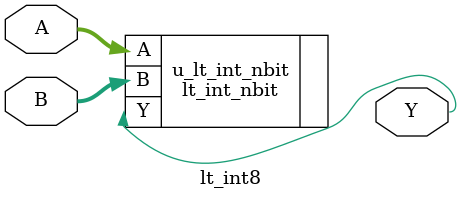
<source format=v>

module lt_int8 #(
    parameter WIDTH = 8,
    parameter IMPL_TYPE = 0
)(
    input [WIDTH-1:0] A,
    input [WIDTH-1:0] B,
    output Y
);

    lt_int_nbit #(
        .WIDTH(WIDTH),
        .IMPL_TYPE(IMPL_TYPE)
    ) u_lt_int_nbit (
        .A(A),
        .B(B),
        .Y(Y)
    );

endmodule

</source>
